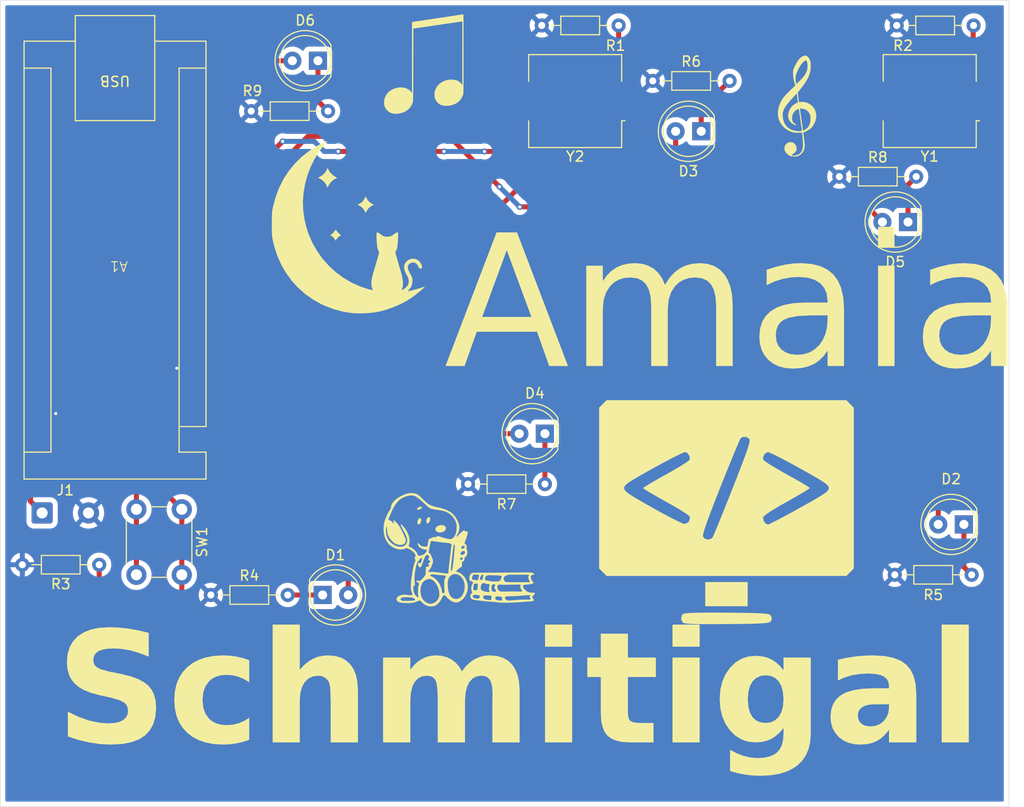
<source format=kicad_pcb>
(kicad_pcb (version 20240108) (generator "pcbnew") (generator_version "8.0")
  (title_block (title "Decorative PCB for Amaia") (date "2025-02-06") (rev "V2") (company "UCLA") (comment 1 "Drawn by PTR"))
  (layers (0 "F.Cu" signal) (31 "B.Cu" signal) (34 "B.Paste" user) (35 "F.Paste" user) (36 "B.SilkS" user "B.Silkscreen") (37 "F.SilkS" user "F.Silkscreen") (38 "B.Mask" user) (39 "F.Mask" user) (44 "Edge.Cuts" user))
  (net 0 "")
  (net 2 "+5V")
  (net 4 "/LED_DIM_B")
  (net 6 "/LED_DIM_C")
  (net 7 "GND")
  (net 8 "/BUTTON")
  (net 11 "/LED_DIM_A")
  (net 12 "/PIEZO_A")
  (net 15 "/LED_Y")
  (net 18 "+9V")
  (net 22 "/LED_X")
  (net 25 "/LED_Z")
  (net 26 "/PIEZO_B")
  (net 30 "Net-(D1-K)")
  (net 31 "Net-(D2-K)")
  (net 32 "Net-(D3-K)")
  (net 33 "Net-(D4-K)")
  (net 34 "Net-(D5-K)")
  (net 35 "Net-(D6-K)")
  (net 36 "Net-(R1-Pad2)")
  (net 37 "Net-(R2-Pad2)")
  (footprint "LOGO" (layer "F.Cu") (at 129 77)
    (property "Reference" "G***" (hide yes))
    (property "Value" "LOGO" (hide yes))
  )
  (footprint "LED_THT:LED_D5.0mm" (layer "F.Cu") (at 126 60.5 180)
    (property "Reference" "D6" (at 1.27 4 0) (layer "F.SilkS"))
    (property "Value" "LED Z")
    (pad "1" thru_hole rect (at 0 0 180) (size 1.8 1.8) (drill 0.9) (layers "*.Cu" "*.Mask") (net 35 "Net-(D6-K)"))
    (pad "2" thru_hole circle (at 2.54 0 180) (size 1.8 1.8) (drill 0.9) (layers "*.Cu" "*.Mask") (net 25 "/LED_Z"))
  )
  (footprint "LED_THT:LED_D5.0mm" (layer "F.Cu") (at 126.46 113.5)
    (property "Reference" "D1" (at 1.27 -3.96 0) (layer "F.SilkS"))
    (property "Value" "LED Dim A")
    (pad "1" thru_hole rect (at 0 0) (size 1.8 1.8) (drill 0.9) (layers "*.Cu" "*.Mask") (net 30 "Net-(D1-K)"))
    (pad "2" thru_hole circle (at 2.54 0) (size 1.8 1.8) (drill 0.9) (layers "*.Cu" "*.Mask") (net 11 "/LED_DIM_A"))
  )
  (footprint "Connector_Wire:SolderWire-0.5sqmm_1x02_P4.6mm_D0.9mm_OD2.1mm" (layer "F.Cu") (at 98.65 105.36)
    (property "Reference" "J1" (at 2.3 -2.25 0) (layer "F.SilkS"))
    (property "Value" "Conn_01x02_Pin")
    (pad "1" thru_hole roundrect (at 0 0) (size 2.1 2.1) (drill 1.1) (layers "*.Cu" "*.Mask") (roundrect_rratio 0.119048) (net 18 "+9V"))
    (pad "2" thru_hole circle (at 4.6 0) (size 2.1 2.1) (drill 1.1) (layers "*.Cu" "*.Mask") (net 7 "GND"))
  )
  (footprint "Resistor_THT:R_Axial_DIN0204_L3.6mm_D1.6mm_P7.62mm_Horizontal" (layer "F.Cu") (at 119.38 65.5)
    (property "Reference" "R9" (at 0.12 -2 0) (layer "F.SilkS"))
    (property "Value" "200")
    (pad "1" thru_hole circle (at 0 0) (size 1.4 1.4) (drill 0.7) (layers "*.Cu" "*.Mask") (net 7 "GND"))
    (pad "2" thru_hole oval (at 7.62 0) (size 1.4 1.4) (drill 0.7) (layers "*.Cu" "*.Mask") (net 35 "Net-(D6-K)"))
  )
  (footprint "Resistor_THT:R_Axial_DIN0204_L3.6mm_D1.6mm_P7.62mm_Horizontal" (layer "F.Cu") (at 148.19 57)
    (property "Reference" "R1" (at 7.31 2 0) (layer "F.SilkS"))
    (property "Value" "100")
    (pad "1" thru_hole circle (at 0 0) (size 1.4 1.4) (drill 0.7) (layers "*.Cu" "*.Mask") (net 7 "GND"))
    (pad "2" thru_hole oval (at 7.62 0) (size 1.4 1.4) (drill 0.7) (layers "*.Cu" "*.Mask") (net 36 "Net-(R1-Pad2)"))
  )
  (footprint "LOGO" (layer "F.Cu") (at 166.5 105)
    (property "Reference" "G***" (hide yes))
    (property "Value" "LOGO" (hide yes))
  )
  (footprint "Resistor_THT:R_Axial_DIN0204_L3.6mm_D1.6mm_P7.62mm_Horizontal" (layer "F.Cu") (at 183.38 57)
    (property "Reference" "R2" (at 0.62 2 0) (layer "F.SilkS"))
    (property "Value" "100")
    (pad "1" thru_hole circle (at 0 0) (size 1.4 1.4) (drill 0.7) (layers "*.Cu" "*.Mask") (net 7 "GND"))
    (pad "2" thru_hole oval (at 7.62 0) (size 1.4 1.4) (drill 0.7) (layers "*.Cu" "*.Mask") (net 37 "Net-(R2-Pad2)"))
  )
  (footprint "LOGO" (layer "F.Cu") (at 140 109)
    (property "Reference" "G***" (hide yes))
    (property "Value" "LOGO" (hide yes))
  )
  (footprint "Resistor_THT:R_Axial_DIN0204_L3.6mm_D1.6mm_P7.62mm_Horizontal" (layer "F.Cu") (at 140.88 102.5)
    (property "Reference" "R7" (at 3.81 2 0) (layer "F.SilkS"))
    (property "Value" "200")
    (pad "1" thru_hole circle (at 0 0) (size 1.4 1.4) (drill 0.7) (layers "*.Cu" "*.Mask") (net 7 "GND"))
    (pad "2" thru_hole oval (at 7.62 0) (size 1.4 1.4) (drill 0.7) (layers "*.Cu" "*.Mask") (net 33 "Net-(D4-K)"))
  )
  (footprint "Resistor_THT:R_Axial_DIN0204_L3.6mm_D1.6mm_P7.62mm_Horizontal" (layer "F.Cu") (at 159.19 62.5)
    (property "Reference" "R6" (at 3.81 -1.92 0) (layer "F.SilkS"))
    (property "Value" "200")
    (pad "1" thru_hole circle (at 0 0) (size 1.4 1.4) (drill 0.7) (layers "*.Cu" "*.Mask") (net 7 "GND"))
    (pad "2" thru_hole oval (at 7.62 0) (size 1.4 1.4) (drill 0.7) (layers "*.Cu" "*.Mask") (net 32 "Net-(D3-K)"))
  )
  (footprint "Buzzer_Beeper:Buzzer_Murata_PKMCS0909E" (layer "F.Cu") (at 151.5 64.5 180)
    (property "Reference" "Y2" (at 0 -5.5 0) (layer "F.SilkS"))
    (property "Value" "Piezo")
    (pad "1" smd rect (at -4.35 0 180) (size 1.3 3.4) (layers "F.Cu" "F.Paste" "F.Mask") (net 36 "Net-(R1-Pad2)"))
    (pad "2" smd rect (at 4.35 0 180) (size 1.3 3.4) (layers "F.Cu" "F.Paste" "F.Mask") (net 26 "/PIEZO_B"))
  )
  (footprint "LED_THT:LED_D5.0mm" (layer "F.Cu") (at 190.04 106.5 180)
    (property "Reference" "D2" (at 1.27 4.5 0) (layer "F.SilkS"))
    (property "Value" "LED Dim B")
    (pad "1" thru_hole rect (at 0 0 180) (size 1.8 1.8) (drill 0.9) (layers "*.Cu" "*.Mask") (net 31 "Net-(D2-K)"))
    (pad "2" thru_hole circle (at 2.54 0 180) (size 1.8 1.8) (drill 0.9) (layers "*.Cu" "*.Mask") (net 4 "/LED_DIM_B"))
  )
  (footprint "Petunia's Library:Nano_Every_Modified_Pads" (layer "F.Cu") (at 106.25 80.4 180)
    (property "Reference" "A1" (at 0 -0.5 180) (layer "F.SilkS") (effects (font (thickness 0.1))))
    (property "Value" "Arduino_Nano_Every")
    (fp_text user "USB" (at 0.37 17.9 180) (layer "F.SilkS"))
    (pad "1" smd rect (at -8.25 -17.66 180) (size 3.5 1.6) (layers "F.Cu" "F.Paste" "F.Mask"))
    (pad "2" smd rect (at -8.25 -15.12 180) (size 3.5 1.6) (layers "F.Cu" "F.Paste" "F.Mask"))
    (pad "3" smd rect (at -8.25 -12.58 180) (size 3.5 1.6) (layers "F.Cu" "F.Paste" "F.Mask"))
    (pad "4" smd rect (at -8.25 -10.04 180) (size 3.5 1.6) (layers "F.Cu" "F.Paste" "F.Mask") (net 7 "GND"))
    (pad "5" smd rect (at -8.25 -7.5 180) (size 3.5 1.6) (layers "F.Cu" "F.Paste" "F.Mask") (net 8 "/BUTTON"))
    (pad "6" smd rect (at -8.25 -4.96 180) (size 3.5 1.6) (layers "F.Cu" "F.Paste" "F.Mask") (net 11 "/LED_DIM_A"))
    (pad "7" smd rect (at -8.25 -2.42 180) (size 3.5 1.6) (layers "F.Cu" "F.Paste" "F.Mask") (net 22 "/LED_X"))
    (pad "8" smd rect (at -8.25 0.12 180) (size 3.5 1.6) (layers "F.Cu" "F.Paste" "F.Mask") (net 4 "/LED_DIM_B"))
    (pad "9" smd rect (at -8.25 2.66 180) (size 3.5 1.6) (layers "F.Cu" "F.Paste" "F.Mask") (net 6 "/LED_DIM_C"))
    (pad "10" smd rect (at -8.25 5.2 180) (size 3.5 1.6) (layers "F.Cu" "F.Paste" "F.Mask") (net 15 "/LED_Y"))
    (pad "11" smd rect (at -8.25 7.74 180) (size 3.5 1.6) (layers "F.Cu" "F.Paste" "F.Mask") (net 25 "/LED_Z"))
    (pad "12" smd rect (at -8.25 10.28 180) (size 3.5 1.6) (layers "F.Cu" "F.Paste" "F.Mask") (net 12 "/PIEZO_A"))
    (pad "13" smd rect (at -8.25 12.82 180) (size 3.5 1.6) (layers "F.Cu" "F.Paste" "F.Mask") (net 26 "/PIEZO_B"))
    (pad "14" smd rect (at -8.25 15.36 180) (size 3.5 1.6) (layers "F.Cu" "F.Paste" "F.Mask"))
    (pad "15" smd rect (at -8.25 17.9 180) (size 3.5 1.6) (layers "F.Cu" "F.Paste" "F.Mask"))
    (pad "16" smd rect (at 8.75 17.9 180) (size 3.5 1.6) (layers "F.Cu" "F.Paste" "F.Mask"))
    (pad "17" smd rect (at 8.75 15.36 180) (size 3.5 1.6) (layers "F.Cu" "F.Paste" "F.Mask"))
    (pad "18" smd rect (at 8.75 12.82 180) (size 3.5 1.6) (layers "F.Cu" "F.Paste" "F.Mask"))
    (pad "19" smd rect (at 8.75 10.28 180) (size 3.5 1.6) (layers "F.Cu" "F.Paste" "F.Mask"))
    (pad "20" smd rect (at 8.75 7.74 180) (size 3.5 1.6) (layers "F.Cu" "F.Paste" "F.Mask"))
    (pad "21" smd rect (at 8.75 5.2 180) (size 3.5 1.6) (layers "F.Cu" "F.Paste" "F.Mask"))
    (pad "22" smd rect (at 8.75 2.66 180) (size 3.5 1.6) (layers "F.Cu" "F.Paste" "F.Mask"))
    (pad "23" smd rect (at 8.75 0.12 180) (size 3.5 1.6) (layers "F.Cu" "F.Paste" "F.Mask"))
    (pad "24" smd rect (at 8.75 -2.42 180) (size 3.5 1.6) (layers "F.Cu" "F.Paste" "F.Mask"))
    (pad "25" smd rect (at 8.75 -4.96 180) (size 3.5 1.6) (layers "F.Cu" "F.Paste" "F.Mask"))
    (pad "26" smd rect (at 8.75 -7.5 180) (size 3.5 1.6) (layers "F.Cu" "F.Paste" "F.Mask"))
    (pad "27" smd rect (at 8.75 -10.04 180) (size 3.5 1.6) (layers "F.Cu" "F.Paste" "F.Mask") (net 2 "+5V"))
    (pad "28" smd rect (at 8.75 -12.58 180) (size 3.5 1.6) (layers "F.Cu" "F.Paste" "F.Mask"))
    (pad "29" smd rect (at 8.75 -15.16 180) (size 3.5 1.6) (layers "F.Cu" "F.Paste" "F.Mask") (net 7 "GND"))
    (pad "30" smd rect (at 8.75 -17.66 180) (size 3.5 1.6) (layers "F.Cu" "F.Paste" "F.Mask") (net 18 "+9V"))
  )
  (footprint "LED_THT:LED_D5.0mm" (layer "F.Cu") (at 164 67.5 180)
    (property "Reference" "D3" (at 1.27 -3.96 0) (layer "F.SilkS"))
    (property "Value" "LED Dim C")
    (pad "1" thru_hole rect (at 0 0 180) (size 1.8 1.8) (drill 0.9) (layers "*.Cu" "*.Mask") (net 32 "Net-(D3-K)"))
    (pad "2" thru_hole circle (at 2.54 0 180) (size 1.8 1.8) (drill 0.9) (layers "*.Cu" "*.Mask") (net 6 "/LED_DIM_C"))
  )
  (footprint "Resistor_THT:R_Axial_DIN0204_L3.6mm_D1.6mm_P7.62mm_Horizontal" (layer "F.Cu") (at 115.38 113.5)
    (property "Reference" "R4" (at 3.81 -1.92 0) (layer "F.SilkS"))
    (property "Value" "200")
    (pad "1" thru_hole circle (at 0 0) (size 1.4 1.4) (drill 0.7) (layers "*.Cu" "*.Mask") (net 7 "GND"))
    (pad "2" thru_hole oval (at 7.62 0) (size 1.4 1.4) (drill 0.7) (layers "*.Cu" "*.Mask") (net 30 "Net-(D1-K)"))
  )
  (footprint "Resistor_THT:R_Axial_DIN0204_L3.6mm_D1.6mm_P7.62mm_Horizontal" (layer "F.Cu") (at 177.69 72)
    (property "Reference" "R8" (at 3.81 -1.92 0) (layer "F.SilkS"))
    (property "Value" "200")
    (pad "1" thru_hole circle (at 0 0) (size 1.4 1.4) (drill 0.7) (layers "*.Cu" "*.Mask") (net 7 "GND"))
    (pad "2" thru_hole oval (at 7.62 0) (size 1.4 1.4) (drill 0.7) (layers "*.Cu" "*.Mask") (net 34 "Net-(D5-K)"))
  )
  (footprint "LOGO" (layer "F.Cu") (at 137 61)
    (property "Reference" "G***" (hide yes))
    (property "Value" "LOGO" (hide yes))
  )
  (footprint "LED_THT:LED_D5.0mm" (layer "F.Cu") (at 184.5 76.5 180)
    (property "Reference" "D5" (at 1.27 -3.96 0) (layer "F.SilkS"))
    (property "Value" "LED Y")
    (pad "1" thru_hole rect (at 0 0 180) (size 1.8 1.8) (drill 0.9) (layers "*.Cu" "*.Mask") (net 34 "Net-(D5-K)"))
    (pad "2" thru_hole circle (at 2.54 0 180) (size 1.8 1.8) (drill 0.9) (layers "*.Cu" "*.Mask") (net 15 "/LED_Y"))
  )
  (footprint "Buzzer_Beeper:Buzzer_Murata_PKMCS0909E" (layer "F.Cu") (at 186.65 64.5 180)
    (property "Reference" "Y1" (at 0 -5.5 0) (layer "F.SilkS"))
    (property "Value" "Piezo")
    (pad "1" smd rect (at -4.35 0 180) (size 1.3 3.4) (layers "F.Cu" "F.Paste" "F.Mask") (net 37 "Net-(R2-Pad2)"))
    (pad "2" smd rect (at 4.35 0 180) (size 1.3 3.4) (layers "F.Cu" "F.Paste" "F.Mask") (net 12 "/PIEZO_A"))
  )
  (footprint "LOGO" (layer "F.Cu") (at 173.5 65)
    (property "Reference" "G***" (hide yes))
    (property "Value" "LOGO" (hide yes))
  )
  (footprint "Resistor_THT:R_Axial_DIN0204_L3.6mm_D1.6mm_P7.62mm_Horizontal" (layer "F.Cu") (at 183.19 111.5)
    (property "Reference" "R5" (at 3.81 2 0) (layer "F.SilkS"))
    (property "Value" "200")
    (pad "1" thru_hole circle (at 0 0) (size 1.4 1.4) (drill 0.7) (layers "*.Cu" "*.Mask") (net 7 "GND"))
    (pad "2" thru_hole oval (at 7.62 0) (size 1.4 1.4) (drill 0.7) (layers "*.Cu" "*.Mask") (net 31 "Net-(D2-K)"))
  )
  (footprint "LED_THT:LED_D5.0mm" (layer "F.Cu") (at 148.5 97.5 180)
    (property "Reference" "D4" (at 1 4 0) (layer "F.SilkS"))
    (property "Value" "LED X")
    (pad "1" thru_hole rect (at 0 0 180) (size 1.8 1.8) (drill 0.9) (layers "*.Cu" "*.Mask") (net 33 "Net-(D4-K)"))
    (pad "2" thru_hole circle (at 2.54 0 180) (size 1.8 1.8) (drill 0.9) (layers "*.Cu" "*.Mask") (net 22 "/LED_X"))
  )
  (footprint "Button_Switch_THT:SW_PUSH_6mm" (layer "F.Cu") (at 112.5 105 -90)
    (property "Reference" "SW1" (at 3.25 -2 90) (layer "F.SilkS"))
    (property "Value" "Button")
    (pad "1" thru_hole circle (at 0 0) (size 2 2) (drill 1.1) (layers "*.Cu" "*.Mask") (net 8 "/BUTTON"))
    (pad "1" thru_hole circle (at 6.5 0) (size 2 2) (drill 1.1) (layers "*.Cu" "*.Mask") (net 8 "/BUTTON"))
    (pad "2" thru_hole circle (at 0 4.5) (size 2 2) (drill 1.1) (layers "*.Cu" "*.Mask") (net 2 "+5V"))
    (pad "2" thru_hole circle (at 6.5 4.5) (size 2 2) (drill 1.1) (layers "*.Cu" "*.Mask") (net 2 "+5V"))
  )
  (footprint "Resistor_THT:R_Axial_DIN0204_L3.6mm_D1.6mm_P7.62mm_Horizontal" (layer "F.Cu") (at 104.31 110.5 180)
    (property "Reference" "R3" (at 3.81 -1.92 0) (layer "F.SilkS"))
    (property "Value" "10k")
    (pad "1" thru_hole circle (at 0 0 180) (size 1.4 1.4) (drill 0.7) (layers "*.Cu" "*.Mask") (net 8 "/BUTTON"))
    (pad "2" thru_hole oval (at 7.62 0 180) (size 1.4 1.4) (drill 0.7) (layers "*.Cu" "*.Mask") (net 7 "GND"))
  )
  (gr_rect (start 94.5 54.5) (end 194.5 134.5) (stroke (width 0.05)) (fill none) (layer "Edge.Cuts"))
  (gr_text "Amaia" (at 138.5 93 0) (layer "F.SilkS") (effects (font (size 13 13) (thickness 1.5)) (justify left bottom)))
  (gr_text "Schmitigal" (at 100 130 0) (layer "F.SilkS") (effects (font (size 11 11) (thickness 0.3) (bold yes)) (justify left bottom)))
  (segment (start 98.45 90.44) (end 97.5 90.44) (width 0.5) (layer "F.Cu") (net 2))
  (segment (start 108 99.99) (end 98.45 90.44) (width 0.5) (layer "F.Cu") (net 2))
  (segment (start 108 105) (end 108 99.99) (width 0.5) (layer "F.Cu") (net 2))
  (segment (start 108 105) (end 108 111.5) (width 0.5) (layer "F.Cu") (net 2))
  (segment (start 118.78 80.28) (end 131 92.5) (width 0.5) (layer "F.Cu") (net 4))
  (segment (start 114.5 80.28) (end 118.78 80.28) (width 0.5) (layer "F.Cu") (net 4))
  (segment (start 187.5 100) (end 187.5 106.5) (width 0.5) (layer "F.Cu") (net 4))
  (segment (start 180 92.5) (end 187.5 100) (width 0.5) (layer "F.Cu") (net 4))
  (segment (start 131 92.5) (end 180 92.5) (width 0.5) (layer "F.Cu") (net 4))
  (segment (start 114.5 77.74) (end 117.74 77.74) (width 0.5) (layer "F.Cu") (net 6))
  (segment (start 161.46 69.04) (end 161.46 67.5) (width 0.5) (layer "F.Cu") (net 6))
  (segment (start 135 88.5) (end 138.5 85) (width 0.5) (layer "F.Cu") (net 6))
  (segment (start 157.5 73) (end 161.46 69.04) (width 0.5) (layer "F.Cu") (net 6))
  (segment (start 128.5 88.5) (end 135 88.5) (width 0.5) (layer "F.Cu") (net 6))
  (segment (start 138.5 85) (end 138.5 80.5) (width 0.5) (layer "F.Cu") (net 6))
  (segment (start 146 73) (end 157.5 73) (width 0.5) (layer "F.Cu") (net 6))
  (segment (start 117.74 77.74) (end 128.5 88.5) (width 0.5) (layer "F.Cu") (net 6))
  (segment (start 138.5 80.5) (end 146 73) (width 0.5) (layer "F.Cu") (net 6))
  (segment (start 99.94 95.56) (end 100 95.5) (width 0.5) (layer "F.Cu") (net 7))
  (segment (start 97.5 95.56) (end 99.94 95.56) (width 0.5) (layer "F.Cu") (net 7))
  (segment (start 114.5 90.44) (end 112.56 90.44) (width 0.5) (layer "F.Cu") (net 7))
  (segment (start 112.56 90.44) (end 112 91) (width 0.5) (layer "F.Cu") (net 7))
  (via (at 112 91) (size 0.6) (drill 0.3) (layers "F.Cu" "B.Cu") (net 7))
  (via (at 100 95.5) (size 0.6) (drill 0.3) (layers "F.Cu" "B.Cu") (net 7))
  (segment (start 110.5 90.5) (end 113.1 87.9) (width 0.5) (layer "F.Cu") (net 8))
  (segment (start 112.5 105) (end 110.5 103) (width 0.5) (layer "F.Cu") (net 8))
  (segment (start 104.31 110.5) (end 104.31 112.31) (width 0.5) (layer "F.Cu") (net 8))
  (segment (start 104.31 112.31) (end 106 114) (width 0.5) (layer "F.Cu") (net 8))
  (segment (start 112.5 111.5) (end 112.5 105) (width 0.5) (layer "F.Cu") (net 8))
  (segment (start 112 114) (end 112.5 113.5) (width 0.5) (layer "F.Cu") (net 8))
  (segment (start 110.5 103) (end 110.5 90.5) (width 0.5) (layer "F.Cu") (net 8))
  (segment (start 112.5 113.5) (end 112.5 111.5) (width 0.5) (layer "F.Cu") (net 8))
  (segment (start 106 114) (end 112 114) (width 0.5) (layer "F.Cu") (net 8))
  (segment (start 113.1 87.9) (end 114.5 87.9) (width 0.5) (layer "F.Cu") (net 8))
  (segment (start 115.45 85.36) (end 129 98.91) (width 0.5) (layer "F.Cu") (net 11))
  (segment (start 114.5 85.36) (end 115.45 85.36) (width 0.5) (layer "F.Cu") (net 11))
  (segment (start 129 98.91) (end 129 113.5) (width 0.5) (layer "F.Cu") (net 11))
  (segment (start 142.5 69.5) (end 156 69.5) (width 0.5) (layer "F.Cu") (net 12))
  (segment (start 120.88 70.12) (end 122.5 68.5) (width 0.5) (layer "F.Cu") (net 12))
  (segment (start 128 69.5) (end 138.5 69.5) (width 0.5) (layer "F.Cu") (net 12))
  (segment (start 114.5 70.12) (end 120.88 70.12) (width 0.5) (layer "F.Cu") (net 12))
  (segment (start 156 69.5) (end 168.5 57) (width 0.5) (layer "F.Cu") (net 12))
  (segment (start 182.3 61.3) (end 182.3 64.5) (width 0.5) (layer "F.Cu") (net 12))
  (segment (start 168.5 57) (end 178 57) (width 0.5) (layer "F.Cu") (net 12))
  (segment (start 178 57) (end 182.3 61.3) (width 0.5) (layer "F.Cu") (net 12))
  (via (at 122.5 68.5) (size 0.6) (drill 0.3) (layers "F.Cu" "B.Cu") (net 12))
  (via (at 138.5 69.5) (size 0.6) (drill 0.3) (layers "F.Cu" "B.Cu") (net 12))
  (via (at 128 69.5) (size 0.6) (drill 0.3) (layers "F.Cu" "B.Cu") (net 12))
  (via (at 142.5 69.5) (size 0.6) (drill 0.3) (layers "F.Cu" "B.Cu") (net 12))
  (segment (start 126.626346 69.5) (end 128 69.5) (width 0.5) (layer "B.Cu") (net 12))
  (segment (start 125.626346 68.5) (end 126.626346 69.5) (width 0.5) (layer "B.Cu") (net 12))
  (segment (start 122.5 68.5) (end 125.626346 68.5) (width 0.5) (layer "B.Cu") (net 12))
  (segment (start 138.5 69.5) (end 142.5 69.5) (width 0.5) (layer "B.Cu") (net 12))
  (segment (start 124 69) (end 125 68) (width 0.5) (layer "F.Cu") (net 15))
  (segment (start 127.5 68) (end 139 68) (width 0.5) (layer "F.Cu") (net 15))
  (segment (start 139 68) (end 144 73) (width 0.5) (layer "F.Cu") (net 15))
  (segment (start 146 75) (end 180.46 75) (width 0.5) (layer "F.Cu") (net 15))
  (segment (start 114.5 75.2) (end 117.8 75.2) (width 0.5) (layer "F.Cu") (net 15))
  (segment (start 125 68) (end 127.5 68) (width 0.5) (layer "F.Cu") (net 15))
  (segment (start 180.46 75) (end 181.96 76.5) (width 0.5) (layer "F.Cu") (net 15))
  (segment (start 117.8 75.2) (end 124 69) (width 0.5) (layer "F.Cu") (net 15))
  (via (at 144 73) (size 0.6) (drill 0.3) (layers "F.Cu" "B.Cu") (net 15))
  (via (at 146 75) (size 0.6) (drill 0.3) (layers "F.Cu" "B.Cu") (net 15))
  (segment (start 144 73) (end 146 75) (width 0.5) (layer "B.Cu") (net 15))
  (segment (start 97.5 104.21) (end 97.5 98.06) (width 0.5) (layer "F.Cu") (net 18))
  (segment (start 98.65 105.36) (end 97.5 104.21) (width 0.5) (layer "F.Cu") (net 18))
  (segment (start 133 97.5) (end 145.96 97.5) (width 0.5) (layer "F.Cu") (net 22))
  (segment (start 114.5 82.82) (end 118.32 82.82) (width 0.5) (layer "F.Cu") (net 22))
  (segment (start 118.32 82.82) (end 133 97.5) (width 0.5) (layer "F.Cu") (net 22))
  (segment (start 114.5 72.66) (end 111.66 72.66) (width 0.5) (layer "F.Cu") (net 25))
  (segment (start 111.66 72.66) (end 110.5 71.5) (width 0.5) (layer "F.Cu") (net 25))
  (segment (start 111.5 60.5) (end 123.46 60.5) (width 0.5) (layer "F.Cu") (net 25))
  (segment (start 110.5 71.5) (end 110.5 61.5) (width 0.5) (layer "F.Cu") (net 25))
  (segment (start 110.5 61.5) (end 111.5 60.5) (width 0.5) (layer "F.Cu") (net 25))
  (segment (start 114.78 67.3) (end 144.35 67.3) (width 0.5) (layer "F.Cu") (net 26))
  (segment (start 114.5 67.58) (end 114.78 67.3) (width 0.5) (layer "F.Cu") (net 26))
  (segment (start 144.35 67.3) (end 147.15 64.5) (width 0.5) (layer "F.Cu") (net 26))
  (segment (start 126.46 113.5) (end 123 113.5) (width 0.5) (layer "F.Cu") (net 30))
  (segment (start 190.04 106.5) (end 190.04 110.73) (width 0.5) (layer "F.Cu") (net 31))
  (segment (start 190.04 110.73) (end 190.81 111.5) (width 0.5) (layer "F.Cu") (net 31))
  (segment (start 164 65.31) (end 166.81 62.5) (width 0.5) (layer "F.Cu") (net 32))
  (segment (start 164 67.5) (end 164 65.31) (width 0.5) (layer "F.Cu") (net 32))
  (segment (start 148.5 102.5) (end 148.5 97.5) (width 0.5) (layer "F.Cu") (net 33))
  (segment (start 184.5 72.81) (end 185.31 72) (width 0.5) (layer "F.Cu") (net 34))
  (segment (start 184.5 76.5) (end 184.5 72.81) (width 0.5) (layer "F.Cu") (net 34))
  (segment (start 127 65.5) (end 126 64.5) (width 0.5) (layer "F.Cu") (net 35))
  (segment (start 126 64.5) (end 126 60.5) (width 0.5) (layer "F.Cu") (net 35))
  (segment (start 155.81 64.46) (end 155.85 64.5) (width 0.5) (layer "F.Cu") (net 36))
  (segment (start 155.81 57) (end 155.81 64.46) (width 0.5) (layer "F.Cu") (net 36))
  (segment (start 190.96 57) (end 190.96 64.46) (width 0.5) (layer "F.Cu") (net 37))
  (segment (start 190.96 64.46) (end 191 64.5) (width 0.5) (layer "F.Cu") (net 37))
  (zone (net 7) (net_name "GND") (layer "B.Cu") (connect_pads (clearance 0.5)) (min_thickness 0.25) (fill yes (thermal_gap 0.5) (thermal_bridge_width 0.5))
    (polygon (pts (xy 194.5 54.5) (xy 194.5 134.5) (xy 94.5 134.5) (xy 94.5 54.5)))
  )
)
</source>
